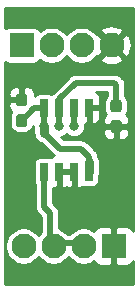
<source format=gbr>
G04 #@! TF.GenerationSoftware,KiCad,Pcbnew,(5.1.5)-3*
G04 #@! TF.CreationDate,2020-12-11T14:45:32+01:00*
G04 #@! TF.ProjectId,LED Strip,4c454420-5374-4726-9970-2e6b69636164,rev?*
G04 #@! TF.SameCoordinates,Original*
G04 #@! TF.FileFunction,Copper,L1,Top*
G04 #@! TF.FilePolarity,Positive*
%FSLAX46Y46*%
G04 Gerber Fmt 4.6, Leading zero omitted, Abs format (unit mm)*
G04 Created by KiCad (PCBNEW (5.1.5)-3) date 2020-12-11 14:45:32*
%MOMM*%
%LPD*%
G04 APERTURE LIST*
%ADD10R,0.650000X1.525000*%
%ADD11C,0.100000*%
%ADD12C,2.100000*%
%ADD13R,2.100000X2.100000*%
%ADD14C,0.800000*%
%ADD15C,0.750000*%
%ADD16C,0.500000*%
%ADD17C,0.250000*%
G04 APERTURE END LIST*
D10*
X30843000Y-23862000D03*
X32113000Y-23862000D03*
X33383000Y-23862000D03*
X34653000Y-23862000D03*
X34653000Y-29286000D03*
X33383000Y-29286000D03*
X32113000Y-29286000D03*
X30843000Y-29286000D03*
G04 #@! TA.AperFunction,SMDPad,CuDef*
D11*
G36*
X37198779Y-24922144D02*
G01*
X37221834Y-24925563D01*
X37244443Y-24931227D01*
X37266387Y-24939079D01*
X37287457Y-24949044D01*
X37307448Y-24961026D01*
X37326168Y-24974910D01*
X37343438Y-24990562D01*
X37359090Y-25007832D01*
X37372974Y-25026552D01*
X37384956Y-25046543D01*
X37394921Y-25067613D01*
X37402773Y-25089557D01*
X37408437Y-25112166D01*
X37411856Y-25135221D01*
X37413000Y-25158500D01*
X37413000Y-25733500D01*
X37411856Y-25756779D01*
X37408437Y-25779834D01*
X37402773Y-25802443D01*
X37394921Y-25824387D01*
X37384956Y-25845457D01*
X37372974Y-25865448D01*
X37359090Y-25884168D01*
X37343438Y-25901438D01*
X37326168Y-25917090D01*
X37307448Y-25930974D01*
X37287457Y-25942956D01*
X37266387Y-25952921D01*
X37244443Y-25960773D01*
X37221834Y-25966437D01*
X37198779Y-25969856D01*
X37175500Y-25971000D01*
X36700500Y-25971000D01*
X36677221Y-25969856D01*
X36654166Y-25966437D01*
X36631557Y-25960773D01*
X36609613Y-25952921D01*
X36588543Y-25942956D01*
X36568552Y-25930974D01*
X36549832Y-25917090D01*
X36532562Y-25901438D01*
X36516910Y-25884168D01*
X36503026Y-25865448D01*
X36491044Y-25845457D01*
X36481079Y-25824387D01*
X36473227Y-25802443D01*
X36467563Y-25779834D01*
X36464144Y-25756779D01*
X36463000Y-25733500D01*
X36463000Y-25158500D01*
X36464144Y-25135221D01*
X36467563Y-25112166D01*
X36473227Y-25089557D01*
X36481079Y-25067613D01*
X36491044Y-25046543D01*
X36503026Y-25026552D01*
X36516910Y-25007832D01*
X36532562Y-24990562D01*
X36549832Y-24974910D01*
X36568552Y-24961026D01*
X36588543Y-24949044D01*
X36609613Y-24939079D01*
X36631557Y-24931227D01*
X36654166Y-24925563D01*
X36677221Y-24922144D01*
X36700500Y-24921000D01*
X37175500Y-24921000D01*
X37198779Y-24922144D01*
G37*
G04 #@! TD.AperFunction*
G04 #@! TA.AperFunction,SMDPad,CuDef*
G36*
X37198779Y-23172144D02*
G01*
X37221834Y-23175563D01*
X37244443Y-23181227D01*
X37266387Y-23189079D01*
X37287457Y-23199044D01*
X37307448Y-23211026D01*
X37326168Y-23224910D01*
X37343438Y-23240562D01*
X37359090Y-23257832D01*
X37372974Y-23276552D01*
X37384956Y-23296543D01*
X37394921Y-23317613D01*
X37402773Y-23339557D01*
X37408437Y-23362166D01*
X37411856Y-23385221D01*
X37413000Y-23408500D01*
X37413000Y-23983500D01*
X37411856Y-24006779D01*
X37408437Y-24029834D01*
X37402773Y-24052443D01*
X37394921Y-24074387D01*
X37384956Y-24095457D01*
X37372974Y-24115448D01*
X37359090Y-24134168D01*
X37343438Y-24151438D01*
X37326168Y-24167090D01*
X37307448Y-24180974D01*
X37287457Y-24192956D01*
X37266387Y-24202921D01*
X37244443Y-24210773D01*
X37221834Y-24216437D01*
X37198779Y-24219856D01*
X37175500Y-24221000D01*
X36700500Y-24221000D01*
X36677221Y-24219856D01*
X36654166Y-24216437D01*
X36631557Y-24210773D01*
X36609613Y-24202921D01*
X36588543Y-24192956D01*
X36568552Y-24180974D01*
X36549832Y-24167090D01*
X36532562Y-24151438D01*
X36516910Y-24134168D01*
X36503026Y-24115448D01*
X36491044Y-24095457D01*
X36481079Y-24074387D01*
X36473227Y-24052443D01*
X36467563Y-24029834D01*
X36464144Y-24006779D01*
X36463000Y-23983500D01*
X36463000Y-23408500D01*
X36464144Y-23385221D01*
X36467563Y-23362166D01*
X36473227Y-23339557D01*
X36481079Y-23317613D01*
X36491044Y-23296543D01*
X36503026Y-23276552D01*
X36516910Y-23257832D01*
X36532562Y-23240562D01*
X36549832Y-23224910D01*
X36568552Y-23211026D01*
X36588543Y-23199044D01*
X36609613Y-23189079D01*
X36631557Y-23181227D01*
X36654166Y-23175563D01*
X36677221Y-23172144D01*
X36700500Y-23171000D01*
X37175500Y-23171000D01*
X37198779Y-23172144D01*
G37*
G04 #@! TD.AperFunction*
G04 #@! TA.AperFunction,SMDPad,CuDef*
G36*
X29198779Y-24422144D02*
G01*
X29221834Y-24425563D01*
X29244443Y-24431227D01*
X29266387Y-24439079D01*
X29287457Y-24449044D01*
X29307448Y-24461026D01*
X29326168Y-24474910D01*
X29343438Y-24490562D01*
X29359090Y-24507832D01*
X29372974Y-24526552D01*
X29384956Y-24546543D01*
X29394921Y-24567613D01*
X29402773Y-24589557D01*
X29408437Y-24612166D01*
X29411856Y-24635221D01*
X29413000Y-24658500D01*
X29413000Y-25233500D01*
X29411856Y-25256779D01*
X29408437Y-25279834D01*
X29402773Y-25302443D01*
X29394921Y-25324387D01*
X29384956Y-25345457D01*
X29372974Y-25365448D01*
X29359090Y-25384168D01*
X29343438Y-25401438D01*
X29326168Y-25417090D01*
X29307448Y-25430974D01*
X29287457Y-25442956D01*
X29266387Y-25452921D01*
X29244443Y-25460773D01*
X29221834Y-25466437D01*
X29198779Y-25469856D01*
X29175500Y-25471000D01*
X28700500Y-25471000D01*
X28677221Y-25469856D01*
X28654166Y-25466437D01*
X28631557Y-25460773D01*
X28609613Y-25452921D01*
X28588543Y-25442956D01*
X28568552Y-25430974D01*
X28549832Y-25417090D01*
X28532562Y-25401438D01*
X28516910Y-25384168D01*
X28503026Y-25365448D01*
X28491044Y-25345457D01*
X28481079Y-25324387D01*
X28473227Y-25302443D01*
X28467563Y-25279834D01*
X28464144Y-25256779D01*
X28463000Y-25233500D01*
X28463000Y-24658500D01*
X28464144Y-24635221D01*
X28467563Y-24612166D01*
X28473227Y-24589557D01*
X28481079Y-24567613D01*
X28491044Y-24546543D01*
X28503026Y-24526552D01*
X28516910Y-24507832D01*
X28532562Y-24490562D01*
X28549832Y-24474910D01*
X28568552Y-24461026D01*
X28588543Y-24449044D01*
X28609613Y-24439079D01*
X28631557Y-24431227D01*
X28654166Y-24425563D01*
X28677221Y-24422144D01*
X28700500Y-24421000D01*
X29175500Y-24421000D01*
X29198779Y-24422144D01*
G37*
G04 #@! TD.AperFunction*
G04 #@! TA.AperFunction,SMDPad,CuDef*
G36*
X29198779Y-22672144D02*
G01*
X29221834Y-22675563D01*
X29244443Y-22681227D01*
X29266387Y-22689079D01*
X29287457Y-22699044D01*
X29307448Y-22711026D01*
X29326168Y-22724910D01*
X29343438Y-22740562D01*
X29359090Y-22757832D01*
X29372974Y-22776552D01*
X29384956Y-22796543D01*
X29394921Y-22817613D01*
X29402773Y-22839557D01*
X29408437Y-22862166D01*
X29411856Y-22885221D01*
X29413000Y-22908500D01*
X29413000Y-23483500D01*
X29411856Y-23506779D01*
X29408437Y-23529834D01*
X29402773Y-23552443D01*
X29394921Y-23574387D01*
X29384956Y-23595457D01*
X29372974Y-23615448D01*
X29359090Y-23634168D01*
X29343438Y-23651438D01*
X29326168Y-23667090D01*
X29307448Y-23680974D01*
X29287457Y-23692956D01*
X29266387Y-23702921D01*
X29244443Y-23710773D01*
X29221834Y-23716437D01*
X29198779Y-23719856D01*
X29175500Y-23721000D01*
X28700500Y-23721000D01*
X28677221Y-23719856D01*
X28654166Y-23716437D01*
X28631557Y-23710773D01*
X28609613Y-23702921D01*
X28588543Y-23692956D01*
X28568552Y-23680974D01*
X28549832Y-23667090D01*
X28532562Y-23651438D01*
X28516910Y-23634168D01*
X28503026Y-23615448D01*
X28491044Y-23595457D01*
X28481079Y-23574387D01*
X28473227Y-23552443D01*
X28467563Y-23529834D01*
X28464144Y-23506779D01*
X28463000Y-23483500D01*
X28463000Y-22908500D01*
X28464144Y-22885221D01*
X28467563Y-22862166D01*
X28473227Y-22839557D01*
X28481079Y-22817613D01*
X28491044Y-22796543D01*
X28503026Y-22776552D01*
X28516910Y-22757832D01*
X28532562Y-22740562D01*
X28549832Y-22724910D01*
X28568552Y-22711026D01*
X28588543Y-22699044D01*
X28609613Y-22689079D01*
X28631557Y-22681227D01*
X28654166Y-22675563D01*
X28677221Y-22672144D01*
X28700500Y-22671000D01*
X29175500Y-22671000D01*
X29198779Y-22672144D01*
G37*
G04 #@! TD.AperFunction*
D12*
X29108000Y-35571000D03*
X31648000Y-35571000D03*
X34188000Y-35571000D03*
D13*
X36728000Y-35571000D03*
X28938000Y-18571000D03*
D12*
X31478000Y-18571000D03*
X34018000Y-18571000D03*
X36558000Y-18571000D03*
D14*
X30843000Y-25431000D03*
X32113000Y-25431000D03*
X33383000Y-25431000D03*
D15*
X30843000Y-25996685D02*
X30843000Y-25431000D01*
X34653000Y-29286000D02*
X34653000Y-28433498D01*
D16*
X30843000Y-23862000D02*
X30843000Y-25431000D01*
X30843000Y-25996685D02*
X32167315Y-27321000D01*
X34653000Y-28023500D02*
X34653000Y-29286000D01*
X33950500Y-27321000D02*
X34653000Y-28023500D01*
X32167315Y-27321000D02*
X33950500Y-27321000D01*
X30022000Y-23862000D02*
X28938000Y-24946000D01*
X30843000Y-23862000D02*
X30022000Y-23862000D01*
X32113000Y-23862000D02*
X32113000Y-25419002D01*
X32113000Y-23159000D02*
X33524000Y-21748000D01*
X32113000Y-23862000D02*
X32113000Y-23159000D01*
X36765000Y-21748000D02*
X33524000Y-21748000D01*
X36938000Y-21921000D02*
X36938000Y-22946000D01*
X36765000Y-21748000D02*
X36938000Y-21921000D01*
X36938000Y-22946000D02*
X36938000Y-23696000D01*
X33383000Y-23862000D02*
X33383000Y-25431000D01*
X30843000Y-29286000D02*
X30843000Y-32266000D01*
X31358000Y-32781000D02*
X31358000Y-35321000D01*
X30843000Y-32266000D02*
X31358000Y-32781000D01*
X31358000Y-35321000D02*
X33898000Y-35321000D01*
D17*
G36*
X38363001Y-34272640D02*
G01*
X38306867Y-34167622D01*
X38227764Y-34071236D01*
X38131378Y-33992133D01*
X38021411Y-33933354D01*
X37902090Y-33897159D01*
X37778000Y-33884937D01*
X37015250Y-33888000D01*
X36857000Y-34046250D01*
X36857000Y-35442000D01*
X36877000Y-35442000D01*
X36877000Y-35700000D01*
X36857000Y-35700000D01*
X36857000Y-37095750D01*
X37015250Y-37254000D01*
X37778000Y-37257063D01*
X37902090Y-37244841D01*
X38021411Y-37208646D01*
X38131378Y-37149867D01*
X38227764Y-37070764D01*
X38306867Y-36974378D01*
X38363001Y-36869360D01*
X38363001Y-38746000D01*
X27513000Y-38746000D01*
X27513000Y-35415876D01*
X27533000Y-35415876D01*
X27533000Y-35726124D01*
X27593526Y-36030411D01*
X27712253Y-36317042D01*
X27884617Y-36575004D01*
X28103996Y-36794383D01*
X28361958Y-36966747D01*
X28648589Y-37085474D01*
X28952876Y-37146000D01*
X29263124Y-37146000D01*
X29567411Y-37085474D01*
X29854042Y-36966747D01*
X30112004Y-36794383D01*
X30331383Y-36575004D01*
X30378000Y-36505236D01*
X30424617Y-36575004D01*
X30643996Y-36794383D01*
X30901958Y-36966747D01*
X31188589Y-37085474D01*
X31492876Y-37146000D01*
X31803124Y-37146000D01*
X32107411Y-37085474D01*
X32394042Y-36966747D01*
X32652004Y-36794383D01*
X32871383Y-36575004D01*
X32918000Y-36505236D01*
X32964617Y-36575004D01*
X33183996Y-36794383D01*
X33441958Y-36966747D01*
X33728589Y-37085474D01*
X34032876Y-37146000D01*
X34343124Y-37146000D01*
X34647411Y-37085474D01*
X34934042Y-36966747D01*
X35089822Y-36862658D01*
X35090354Y-36864411D01*
X35149133Y-36974378D01*
X35228236Y-37070764D01*
X35324622Y-37149867D01*
X35434589Y-37208646D01*
X35553910Y-37244841D01*
X35678000Y-37257063D01*
X36440750Y-37254000D01*
X36599000Y-37095750D01*
X36599000Y-35700000D01*
X36579000Y-35700000D01*
X36579000Y-35442000D01*
X36599000Y-35442000D01*
X36599000Y-34046250D01*
X36440750Y-33888000D01*
X35678000Y-33884937D01*
X35553910Y-33897159D01*
X35434589Y-33933354D01*
X35324622Y-33992133D01*
X35228236Y-34071236D01*
X35149133Y-34167622D01*
X35090354Y-34277589D01*
X35089822Y-34279342D01*
X34934042Y-34175253D01*
X34647411Y-34056526D01*
X34343124Y-33996000D01*
X34032876Y-33996000D01*
X33728589Y-34056526D01*
X33441958Y-34175253D01*
X33183996Y-34347617D01*
X32985613Y-34546000D01*
X32850387Y-34546000D01*
X32652004Y-34347617D01*
X32394042Y-34175253D01*
X32133000Y-34067125D01*
X32133000Y-32819063D01*
X32136749Y-32781000D01*
X32128638Y-32698650D01*
X32121786Y-32629074D01*
X32077470Y-32482986D01*
X32005507Y-32348351D01*
X32005506Y-32348349D01*
X31969162Y-32304065D01*
X31908659Y-32230341D01*
X31879083Y-32206069D01*
X31618000Y-31944986D01*
X31618000Y-30658415D01*
X31663910Y-30672341D01*
X31788000Y-30684563D01*
X31825750Y-30681500D01*
X31984000Y-30523250D01*
X31984000Y-29415000D01*
X32242000Y-29415000D01*
X32242000Y-30523250D01*
X32400250Y-30681500D01*
X32438000Y-30684563D01*
X32562090Y-30672341D01*
X32681411Y-30636146D01*
X32748000Y-30600553D01*
X32814589Y-30636146D01*
X32933910Y-30672341D01*
X33058000Y-30684563D01*
X33095750Y-30681500D01*
X33254000Y-30523250D01*
X33254000Y-29415000D01*
X32242000Y-29415000D01*
X31984000Y-29415000D01*
X31964000Y-29415000D01*
X31964000Y-29157000D01*
X31984000Y-29157000D01*
X31984000Y-29137000D01*
X32242000Y-29137000D01*
X32242000Y-29157000D01*
X33254000Y-29157000D01*
X33254000Y-29137000D01*
X33512000Y-29137000D01*
X33512000Y-29157000D01*
X33532000Y-29157000D01*
X33532000Y-29415000D01*
X33512000Y-29415000D01*
X33512000Y-30523250D01*
X33670250Y-30681500D01*
X33708000Y-30684563D01*
X33832090Y-30672341D01*
X33951411Y-30636146D01*
X34061378Y-30577367D01*
X34117524Y-30531289D01*
X34126119Y-30535883D01*
X34225082Y-30565903D01*
X34328000Y-30576040D01*
X34978000Y-30576040D01*
X35080918Y-30565903D01*
X35179881Y-30535883D01*
X35271086Y-30487133D01*
X35351027Y-30421527D01*
X35416633Y-30341586D01*
X35465383Y-30250381D01*
X35495403Y-30151418D01*
X35505540Y-30048500D01*
X35505540Y-29575954D01*
X35539977Y-29462431D01*
X35553000Y-29330207D01*
X35553000Y-28389291D01*
X35539977Y-28257067D01*
X35488514Y-28087417D01*
X35426644Y-27971666D01*
X35416786Y-27871574D01*
X35372470Y-27725486D01*
X35315560Y-27619014D01*
X35300506Y-27590849D01*
X35249865Y-27529144D01*
X35203659Y-27472841D01*
X35174088Y-27448573D01*
X34525432Y-26799918D01*
X34501159Y-26770341D01*
X34383150Y-26673494D01*
X34248514Y-26601530D01*
X34102426Y-26557214D01*
X33988565Y-26546000D01*
X33988563Y-26546000D01*
X33950500Y-26542251D01*
X33912437Y-26546000D01*
X32488330Y-26546000D01*
X32282697Y-26340367D01*
X32382813Y-26320453D01*
X32551152Y-26250725D01*
X32702653Y-26149495D01*
X32748000Y-26104148D01*
X32793347Y-26149495D01*
X32944848Y-26250725D01*
X33113187Y-26320453D01*
X33291895Y-26356000D01*
X33474105Y-26356000D01*
X33652813Y-26320453D01*
X33821152Y-26250725D01*
X33972653Y-26149495D01*
X34101495Y-26020653D01*
X34134672Y-25971000D01*
X35826937Y-25971000D01*
X35839159Y-26095090D01*
X35875354Y-26214411D01*
X35934133Y-26324378D01*
X36013236Y-26420764D01*
X36109622Y-26499867D01*
X36219589Y-26558646D01*
X36338910Y-26594841D01*
X36463000Y-26607063D01*
X36650750Y-26604000D01*
X36809000Y-26445750D01*
X36809000Y-25575000D01*
X37067000Y-25575000D01*
X37067000Y-26445750D01*
X37225250Y-26604000D01*
X37413000Y-26607063D01*
X37537090Y-26594841D01*
X37656411Y-26558646D01*
X37766378Y-26499867D01*
X37862764Y-26420764D01*
X37941867Y-26324378D01*
X38000646Y-26214411D01*
X38036841Y-26095090D01*
X38049063Y-25971000D01*
X38046000Y-25733250D01*
X37887750Y-25575000D01*
X37067000Y-25575000D01*
X36809000Y-25575000D01*
X35988250Y-25575000D01*
X35830000Y-25733250D01*
X35826937Y-25971000D01*
X34134672Y-25971000D01*
X34202725Y-25869152D01*
X34272453Y-25700813D01*
X34308000Y-25522105D01*
X34308000Y-25339895D01*
X34291505Y-25256968D01*
X34328000Y-25260563D01*
X34365750Y-25257500D01*
X34524000Y-25099250D01*
X34524000Y-23991000D01*
X34782000Y-23991000D01*
X34782000Y-25099250D01*
X34940250Y-25257500D01*
X34978000Y-25260563D01*
X35102090Y-25248341D01*
X35221411Y-25212146D01*
X35331378Y-25153367D01*
X35427764Y-25074264D01*
X35506867Y-24977878D01*
X35565646Y-24867911D01*
X35601841Y-24748590D01*
X35614063Y-24624500D01*
X35611000Y-24149250D01*
X35452750Y-23991000D01*
X34782000Y-23991000D01*
X34524000Y-23991000D01*
X34504000Y-23991000D01*
X34504000Y-23733000D01*
X34524000Y-23733000D01*
X34524000Y-23713000D01*
X34782000Y-23713000D01*
X34782000Y-23733000D01*
X35452750Y-23733000D01*
X35611000Y-23574750D01*
X35614063Y-23099500D01*
X35601841Y-22975410D01*
X35565646Y-22856089D01*
X35506867Y-22746122D01*
X35427764Y-22649736D01*
X35331378Y-22570633D01*
X35242264Y-22523000D01*
X36163001Y-22523000D01*
X36163001Y-22864691D01*
X36159535Y-22867535D01*
X36064392Y-22983467D01*
X35993695Y-23115732D01*
X35950160Y-23259248D01*
X35935460Y-23408500D01*
X35935460Y-23983500D01*
X35950160Y-24132752D01*
X35993695Y-24276268D01*
X36064392Y-24408533D01*
X36074553Y-24420914D01*
X36013236Y-24471236D01*
X35934133Y-24567622D01*
X35875354Y-24677589D01*
X35839159Y-24796910D01*
X35826937Y-24921000D01*
X35830000Y-25158750D01*
X35988250Y-25317000D01*
X36809000Y-25317000D01*
X36809000Y-25297000D01*
X37067000Y-25297000D01*
X37067000Y-25317000D01*
X37887750Y-25317000D01*
X38046000Y-25158750D01*
X38049063Y-24921000D01*
X38036841Y-24796910D01*
X38000646Y-24677589D01*
X37941867Y-24567622D01*
X37862764Y-24471236D01*
X37801447Y-24420914D01*
X37811608Y-24408533D01*
X37882305Y-24276268D01*
X37925840Y-24132752D01*
X37940540Y-23983500D01*
X37940540Y-23408500D01*
X37925840Y-23259248D01*
X37882305Y-23115732D01*
X37811608Y-22983467D01*
X37716465Y-22867535D01*
X37713000Y-22864691D01*
X37713000Y-21959063D01*
X37716749Y-21921000D01*
X37713000Y-21882935D01*
X37701786Y-21769074D01*
X37657470Y-21622986D01*
X37585506Y-21488350D01*
X37488659Y-21370341D01*
X37459083Y-21346069D01*
X37339933Y-21226919D01*
X37315659Y-21197341D01*
X37197650Y-21100494D01*
X37063014Y-21028530D01*
X36916926Y-20984214D01*
X36803065Y-20973000D01*
X36803063Y-20973000D01*
X36765000Y-20969251D01*
X36726937Y-20973000D01*
X33562062Y-20973000D01*
X33523999Y-20969251D01*
X33485936Y-20973000D01*
X33485935Y-20973000D01*
X33372074Y-20984214D01*
X33225986Y-21028530D01*
X33091350Y-21100494D01*
X32973341Y-21197341D01*
X32949072Y-21226913D01*
X31591914Y-22584072D01*
X31562342Y-22608341D01*
X31538241Y-22637708D01*
X31494914Y-22660867D01*
X31478000Y-22674748D01*
X31461086Y-22660867D01*
X31369881Y-22612117D01*
X31270918Y-22582097D01*
X31168000Y-22571960D01*
X30518000Y-22571960D01*
X30415082Y-22582097D01*
X30316119Y-22612117D01*
X30224914Y-22660867D01*
X30144973Y-22726473D01*
X30079367Y-22806414D01*
X30046527Y-22867854D01*
X30049063Y-22671000D01*
X30036841Y-22546910D01*
X30000646Y-22427589D01*
X29941867Y-22317622D01*
X29862764Y-22221236D01*
X29766378Y-22142133D01*
X29656411Y-22083354D01*
X29537090Y-22047159D01*
X29413000Y-22034937D01*
X29225250Y-22038000D01*
X29067000Y-22196250D01*
X29067000Y-23067000D01*
X29087000Y-23067000D01*
X29087000Y-23325000D01*
X29067000Y-23325000D01*
X29067000Y-23345000D01*
X28809000Y-23345000D01*
X28809000Y-23325000D01*
X27988250Y-23325000D01*
X27830000Y-23483250D01*
X27826937Y-23721000D01*
X27839159Y-23845090D01*
X27875354Y-23964411D01*
X27934133Y-24074378D01*
X28013236Y-24170764D01*
X28074553Y-24221086D01*
X28064392Y-24233467D01*
X27993695Y-24365732D01*
X27950160Y-24509248D01*
X27935460Y-24658500D01*
X27935460Y-25233500D01*
X27950160Y-25382752D01*
X27993695Y-25526268D01*
X28064392Y-25658533D01*
X28159535Y-25774465D01*
X28275467Y-25869608D01*
X28407732Y-25940305D01*
X28551248Y-25983840D01*
X28700500Y-25998540D01*
X29175500Y-25998540D01*
X29324752Y-25983840D01*
X29468268Y-25940305D01*
X29600533Y-25869608D01*
X29716465Y-25774465D01*
X29811608Y-25658533D01*
X29882305Y-25526268D01*
X29918000Y-25408597D01*
X29918000Y-25522105D01*
X29943000Y-25647789D01*
X29943000Y-26040891D01*
X29956023Y-26173115D01*
X30007486Y-26342765D01*
X30091057Y-26499116D01*
X30203525Y-26636160D01*
X30340568Y-26748628D01*
X30496919Y-26832199D01*
X30619765Y-26869464D01*
X31592387Y-27842087D01*
X31616656Y-27871659D01*
X31654319Y-27902568D01*
X31544589Y-27935854D01*
X31434622Y-27994633D01*
X31378476Y-28040711D01*
X31369881Y-28036117D01*
X31270918Y-28006097D01*
X31168000Y-27995960D01*
X30518000Y-27995960D01*
X30415082Y-28006097D01*
X30316119Y-28036117D01*
X30224914Y-28084867D01*
X30144973Y-28150473D01*
X30079367Y-28230414D01*
X30030617Y-28321619D01*
X30000597Y-28420582D01*
X29990460Y-28523500D01*
X29990460Y-30048500D01*
X30000597Y-30151418D01*
X30030617Y-30250381D01*
X30068000Y-30320320D01*
X30068001Y-32227927D01*
X30064251Y-32266000D01*
X30079215Y-32417926D01*
X30123531Y-32564014D01*
X30195494Y-32698650D01*
X30231839Y-32742936D01*
X30292342Y-32816659D01*
X30321914Y-32840928D01*
X30583000Y-33102014D01*
X30583001Y-34408612D01*
X30424617Y-34566996D01*
X30378000Y-34636764D01*
X30331383Y-34566996D01*
X30112004Y-34347617D01*
X29854042Y-34175253D01*
X29567411Y-34056526D01*
X29263124Y-33996000D01*
X28952876Y-33996000D01*
X28648589Y-34056526D01*
X28361958Y-34175253D01*
X28103996Y-34347617D01*
X27884617Y-34566996D01*
X27712253Y-34824958D01*
X27593526Y-35111589D01*
X27533000Y-35415876D01*
X27513000Y-35415876D01*
X27513000Y-22671000D01*
X27826937Y-22671000D01*
X27830000Y-22908750D01*
X27988250Y-23067000D01*
X28809000Y-23067000D01*
X28809000Y-22196250D01*
X28650750Y-22038000D01*
X28463000Y-22034937D01*
X28338910Y-22047159D01*
X28219589Y-22083354D01*
X28109622Y-22142133D01*
X28013236Y-22221236D01*
X27934133Y-22317622D01*
X27875354Y-22427589D01*
X27839159Y-22546910D01*
X27826937Y-22671000D01*
X27513000Y-22671000D01*
X27513000Y-19991623D01*
X27514973Y-19994027D01*
X27594914Y-20059633D01*
X27686119Y-20108383D01*
X27785082Y-20138403D01*
X27888000Y-20148540D01*
X29988000Y-20148540D01*
X30090918Y-20138403D01*
X30189881Y-20108383D01*
X30281086Y-20059633D01*
X30361027Y-19994027D01*
X30426633Y-19914086D01*
X30475383Y-19822881D01*
X30482337Y-19799956D01*
X30731958Y-19966747D01*
X31018589Y-20085474D01*
X31322876Y-20146000D01*
X31633124Y-20146000D01*
X31937411Y-20085474D01*
X32224042Y-19966747D01*
X32482004Y-19794383D01*
X32701383Y-19575004D01*
X32748000Y-19505236D01*
X32794617Y-19575004D01*
X33013996Y-19794383D01*
X33271958Y-19966747D01*
X33558589Y-20085474D01*
X33862876Y-20146000D01*
X34173124Y-20146000D01*
X34477411Y-20085474D01*
X34764042Y-19966747D01*
X35022004Y-19794383D01*
X35074096Y-19742291D01*
X35569143Y-19742291D01*
X35671230Y-20011002D01*
X35969200Y-20156333D01*
X36289797Y-20240740D01*
X36620700Y-20260980D01*
X36949193Y-20216276D01*
X37262654Y-20108344D01*
X37444770Y-20011002D01*
X37546857Y-19742291D01*
X36558000Y-18753434D01*
X35569143Y-19742291D01*
X35074096Y-19742291D01*
X35241383Y-19575004D01*
X35278877Y-19518890D01*
X35386709Y-19559857D01*
X36375566Y-18571000D01*
X36740434Y-18571000D01*
X37729291Y-19559857D01*
X37998002Y-19457770D01*
X38143333Y-19159800D01*
X38227740Y-18839203D01*
X38247980Y-18508300D01*
X38203276Y-18179807D01*
X38095344Y-17866346D01*
X37998002Y-17684230D01*
X37729291Y-17582143D01*
X36740434Y-18571000D01*
X36375566Y-18571000D01*
X35386709Y-17582143D01*
X35278877Y-17623110D01*
X35241383Y-17566996D01*
X35074096Y-17399709D01*
X35569143Y-17399709D01*
X36558000Y-18388566D01*
X37546857Y-17399709D01*
X37444770Y-17130998D01*
X37146800Y-16985667D01*
X36826203Y-16901260D01*
X36495300Y-16881020D01*
X36166807Y-16925724D01*
X35853346Y-17033656D01*
X35671230Y-17130998D01*
X35569143Y-17399709D01*
X35074096Y-17399709D01*
X35022004Y-17347617D01*
X34764042Y-17175253D01*
X34477411Y-17056526D01*
X34173124Y-16996000D01*
X33862876Y-16996000D01*
X33558589Y-17056526D01*
X33271958Y-17175253D01*
X33013996Y-17347617D01*
X32794617Y-17566996D01*
X32748000Y-17636764D01*
X32701383Y-17566996D01*
X32482004Y-17347617D01*
X32224042Y-17175253D01*
X31937411Y-17056526D01*
X31633124Y-16996000D01*
X31322876Y-16996000D01*
X31018589Y-17056526D01*
X30731958Y-17175253D01*
X30482337Y-17342044D01*
X30475383Y-17319119D01*
X30426633Y-17227914D01*
X30361027Y-17147973D01*
X30281086Y-17082367D01*
X30189881Y-17033617D01*
X30090918Y-17003597D01*
X29988000Y-16993460D01*
X27888000Y-16993460D01*
X27785082Y-17003597D01*
X27686119Y-17033617D01*
X27594914Y-17082367D01*
X27514973Y-17147973D01*
X27513000Y-17150377D01*
X27513000Y-15396000D01*
X38363000Y-15396000D01*
X38363001Y-34272640D01*
G37*
X38363001Y-34272640D02*
X38306867Y-34167622D01*
X38227764Y-34071236D01*
X38131378Y-33992133D01*
X38021411Y-33933354D01*
X37902090Y-33897159D01*
X37778000Y-33884937D01*
X37015250Y-33888000D01*
X36857000Y-34046250D01*
X36857000Y-35442000D01*
X36877000Y-35442000D01*
X36877000Y-35700000D01*
X36857000Y-35700000D01*
X36857000Y-37095750D01*
X37015250Y-37254000D01*
X37778000Y-37257063D01*
X37902090Y-37244841D01*
X38021411Y-37208646D01*
X38131378Y-37149867D01*
X38227764Y-37070764D01*
X38306867Y-36974378D01*
X38363001Y-36869360D01*
X38363001Y-38746000D01*
X27513000Y-38746000D01*
X27513000Y-35415876D01*
X27533000Y-35415876D01*
X27533000Y-35726124D01*
X27593526Y-36030411D01*
X27712253Y-36317042D01*
X27884617Y-36575004D01*
X28103996Y-36794383D01*
X28361958Y-36966747D01*
X28648589Y-37085474D01*
X28952876Y-37146000D01*
X29263124Y-37146000D01*
X29567411Y-37085474D01*
X29854042Y-36966747D01*
X30112004Y-36794383D01*
X30331383Y-36575004D01*
X30378000Y-36505236D01*
X30424617Y-36575004D01*
X30643996Y-36794383D01*
X30901958Y-36966747D01*
X31188589Y-37085474D01*
X31492876Y-37146000D01*
X31803124Y-37146000D01*
X32107411Y-37085474D01*
X32394042Y-36966747D01*
X32652004Y-36794383D01*
X32871383Y-36575004D01*
X32918000Y-36505236D01*
X32964617Y-36575004D01*
X33183996Y-36794383D01*
X33441958Y-36966747D01*
X33728589Y-37085474D01*
X34032876Y-37146000D01*
X34343124Y-37146000D01*
X34647411Y-37085474D01*
X34934042Y-36966747D01*
X35089822Y-36862658D01*
X35090354Y-36864411D01*
X35149133Y-36974378D01*
X35228236Y-37070764D01*
X35324622Y-37149867D01*
X35434589Y-37208646D01*
X35553910Y-37244841D01*
X35678000Y-37257063D01*
X36440750Y-37254000D01*
X36599000Y-37095750D01*
X36599000Y-35700000D01*
X36579000Y-35700000D01*
X36579000Y-35442000D01*
X36599000Y-35442000D01*
X36599000Y-34046250D01*
X36440750Y-33888000D01*
X35678000Y-33884937D01*
X35553910Y-33897159D01*
X35434589Y-33933354D01*
X35324622Y-33992133D01*
X35228236Y-34071236D01*
X35149133Y-34167622D01*
X35090354Y-34277589D01*
X35089822Y-34279342D01*
X34934042Y-34175253D01*
X34647411Y-34056526D01*
X34343124Y-33996000D01*
X34032876Y-33996000D01*
X33728589Y-34056526D01*
X33441958Y-34175253D01*
X33183996Y-34347617D01*
X32985613Y-34546000D01*
X32850387Y-34546000D01*
X32652004Y-34347617D01*
X32394042Y-34175253D01*
X32133000Y-34067125D01*
X32133000Y-32819063D01*
X32136749Y-32781000D01*
X32128638Y-32698650D01*
X32121786Y-32629074D01*
X32077470Y-32482986D01*
X32005507Y-32348351D01*
X32005506Y-32348349D01*
X31969162Y-32304065D01*
X31908659Y-32230341D01*
X31879083Y-32206069D01*
X31618000Y-31944986D01*
X31618000Y-30658415D01*
X31663910Y-30672341D01*
X31788000Y-30684563D01*
X31825750Y-30681500D01*
X31984000Y-30523250D01*
X31984000Y-29415000D01*
X32242000Y-29415000D01*
X32242000Y-30523250D01*
X32400250Y-30681500D01*
X32438000Y-30684563D01*
X32562090Y-30672341D01*
X32681411Y-30636146D01*
X32748000Y-30600553D01*
X32814589Y-30636146D01*
X32933910Y-30672341D01*
X33058000Y-30684563D01*
X33095750Y-30681500D01*
X33254000Y-30523250D01*
X33254000Y-29415000D01*
X32242000Y-29415000D01*
X31984000Y-29415000D01*
X31964000Y-29415000D01*
X31964000Y-29157000D01*
X31984000Y-29157000D01*
X31984000Y-29137000D01*
X32242000Y-29137000D01*
X32242000Y-29157000D01*
X33254000Y-29157000D01*
X33254000Y-29137000D01*
X33512000Y-29137000D01*
X33512000Y-29157000D01*
X33532000Y-29157000D01*
X33532000Y-29415000D01*
X33512000Y-29415000D01*
X33512000Y-30523250D01*
X33670250Y-30681500D01*
X33708000Y-30684563D01*
X33832090Y-30672341D01*
X33951411Y-30636146D01*
X34061378Y-30577367D01*
X34117524Y-30531289D01*
X34126119Y-30535883D01*
X34225082Y-30565903D01*
X34328000Y-30576040D01*
X34978000Y-30576040D01*
X35080918Y-30565903D01*
X35179881Y-30535883D01*
X35271086Y-30487133D01*
X35351027Y-30421527D01*
X35416633Y-30341586D01*
X35465383Y-30250381D01*
X35495403Y-30151418D01*
X35505540Y-30048500D01*
X35505540Y-29575954D01*
X35539977Y-29462431D01*
X35553000Y-29330207D01*
X35553000Y-28389291D01*
X35539977Y-28257067D01*
X35488514Y-28087417D01*
X35426644Y-27971666D01*
X35416786Y-27871574D01*
X35372470Y-27725486D01*
X35315560Y-27619014D01*
X35300506Y-27590849D01*
X35249865Y-27529144D01*
X35203659Y-27472841D01*
X35174088Y-27448573D01*
X34525432Y-26799918D01*
X34501159Y-26770341D01*
X34383150Y-26673494D01*
X34248514Y-26601530D01*
X34102426Y-26557214D01*
X33988565Y-26546000D01*
X33988563Y-26546000D01*
X33950500Y-26542251D01*
X33912437Y-26546000D01*
X32488330Y-26546000D01*
X32282697Y-26340367D01*
X32382813Y-26320453D01*
X32551152Y-26250725D01*
X32702653Y-26149495D01*
X32748000Y-26104148D01*
X32793347Y-26149495D01*
X32944848Y-26250725D01*
X33113187Y-26320453D01*
X33291895Y-26356000D01*
X33474105Y-26356000D01*
X33652813Y-26320453D01*
X33821152Y-26250725D01*
X33972653Y-26149495D01*
X34101495Y-26020653D01*
X34134672Y-25971000D01*
X35826937Y-25971000D01*
X35839159Y-26095090D01*
X35875354Y-26214411D01*
X35934133Y-26324378D01*
X36013236Y-26420764D01*
X36109622Y-26499867D01*
X36219589Y-26558646D01*
X36338910Y-26594841D01*
X36463000Y-26607063D01*
X36650750Y-26604000D01*
X36809000Y-26445750D01*
X36809000Y-25575000D01*
X37067000Y-25575000D01*
X37067000Y-26445750D01*
X37225250Y-26604000D01*
X37413000Y-26607063D01*
X37537090Y-26594841D01*
X37656411Y-26558646D01*
X37766378Y-26499867D01*
X37862764Y-26420764D01*
X37941867Y-26324378D01*
X38000646Y-26214411D01*
X38036841Y-26095090D01*
X38049063Y-25971000D01*
X38046000Y-25733250D01*
X37887750Y-25575000D01*
X37067000Y-25575000D01*
X36809000Y-25575000D01*
X35988250Y-25575000D01*
X35830000Y-25733250D01*
X35826937Y-25971000D01*
X34134672Y-25971000D01*
X34202725Y-25869152D01*
X34272453Y-25700813D01*
X34308000Y-25522105D01*
X34308000Y-25339895D01*
X34291505Y-25256968D01*
X34328000Y-25260563D01*
X34365750Y-25257500D01*
X34524000Y-25099250D01*
X34524000Y-23991000D01*
X34782000Y-23991000D01*
X34782000Y-25099250D01*
X34940250Y-25257500D01*
X34978000Y-25260563D01*
X35102090Y-25248341D01*
X35221411Y-25212146D01*
X35331378Y-25153367D01*
X35427764Y-25074264D01*
X35506867Y-24977878D01*
X35565646Y-24867911D01*
X35601841Y-24748590D01*
X35614063Y-24624500D01*
X35611000Y-24149250D01*
X35452750Y-23991000D01*
X34782000Y-23991000D01*
X34524000Y-23991000D01*
X34504000Y-23991000D01*
X34504000Y-23733000D01*
X34524000Y-23733000D01*
X34524000Y-23713000D01*
X34782000Y-23713000D01*
X34782000Y-23733000D01*
X35452750Y-23733000D01*
X35611000Y-23574750D01*
X35614063Y-23099500D01*
X35601841Y-22975410D01*
X35565646Y-22856089D01*
X35506867Y-22746122D01*
X35427764Y-22649736D01*
X35331378Y-22570633D01*
X35242264Y-22523000D01*
X36163001Y-22523000D01*
X36163001Y-22864691D01*
X36159535Y-22867535D01*
X36064392Y-22983467D01*
X35993695Y-23115732D01*
X35950160Y-23259248D01*
X35935460Y-23408500D01*
X35935460Y-23983500D01*
X35950160Y-24132752D01*
X35993695Y-24276268D01*
X36064392Y-24408533D01*
X36074553Y-24420914D01*
X36013236Y-24471236D01*
X35934133Y-24567622D01*
X35875354Y-24677589D01*
X35839159Y-24796910D01*
X35826937Y-24921000D01*
X35830000Y-25158750D01*
X35988250Y-25317000D01*
X36809000Y-25317000D01*
X36809000Y-25297000D01*
X37067000Y-25297000D01*
X37067000Y-25317000D01*
X37887750Y-25317000D01*
X38046000Y-25158750D01*
X38049063Y-24921000D01*
X38036841Y-24796910D01*
X38000646Y-24677589D01*
X37941867Y-24567622D01*
X37862764Y-24471236D01*
X37801447Y-24420914D01*
X37811608Y-24408533D01*
X37882305Y-24276268D01*
X37925840Y-24132752D01*
X37940540Y-23983500D01*
X37940540Y-23408500D01*
X37925840Y-23259248D01*
X37882305Y-23115732D01*
X37811608Y-22983467D01*
X37716465Y-22867535D01*
X37713000Y-22864691D01*
X37713000Y-21959063D01*
X37716749Y-21921000D01*
X37713000Y-21882935D01*
X37701786Y-21769074D01*
X37657470Y-21622986D01*
X37585506Y-21488350D01*
X37488659Y-21370341D01*
X37459083Y-21346069D01*
X37339933Y-21226919D01*
X37315659Y-21197341D01*
X37197650Y-21100494D01*
X37063014Y-21028530D01*
X36916926Y-20984214D01*
X36803065Y-20973000D01*
X36803063Y-20973000D01*
X36765000Y-20969251D01*
X36726937Y-20973000D01*
X33562062Y-20973000D01*
X33523999Y-20969251D01*
X33485936Y-20973000D01*
X33485935Y-20973000D01*
X33372074Y-20984214D01*
X33225986Y-21028530D01*
X33091350Y-21100494D01*
X32973341Y-21197341D01*
X32949072Y-21226913D01*
X31591914Y-22584072D01*
X31562342Y-22608341D01*
X31538241Y-22637708D01*
X31494914Y-22660867D01*
X31478000Y-22674748D01*
X31461086Y-22660867D01*
X31369881Y-22612117D01*
X31270918Y-22582097D01*
X31168000Y-22571960D01*
X30518000Y-22571960D01*
X30415082Y-22582097D01*
X30316119Y-22612117D01*
X30224914Y-22660867D01*
X30144973Y-22726473D01*
X30079367Y-22806414D01*
X30046527Y-22867854D01*
X30049063Y-22671000D01*
X30036841Y-22546910D01*
X30000646Y-22427589D01*
X29941867Y-22317622D01*
X29862764Y-22221236D01*
X29766378Y-22142133D01*
X29656411Y-22083354D01*
X29537090Y-22047159D01*
X29413000Y-22034937D01*
X29225250Y-22038000D01*
X29067000Y-22196250D01*
X29067000Y-23067000D01*
X29087000Y-23067000D01*
X29087000Y-23325000D01*
X29067000Y-23325000D01*
X29067000Y-23345000D01*
X28809000Y-23345000D01*
X28809000Y-23325000D01*
X27988250Y-23325000D01*
X27830000Y-23483250D01*
X27826937Y-23721000D01*
X27839159Y-23845090D01*
X27875354Y-23964411D01*
X27934133Y-24074378D01*
X28013236Y-24170764D01*
X28074553Y-24221086D01*
X28064392Y-24233467D01*
X27993695Y-24365732D01*
X27950160Y-24509248D01*
X27935460Y-24658500D01*
X27935460Y-25233500D01*
X27950160Y-25382752D01*
X27993695Y-25526268D01*
X28064392Y-25658533D01*
X28159535Y-25774465D01*
X28275467Y-25869608D01*
X28407732Y-25940305D01*
X28551248Y-25983840D01*
X28700500Y-25998540D01*
X29175500Y-25998540D01*
X29324752Y-25983840D01*
X29468268Y-25940305D01*
X29600533Y-25869608D01*
X29716465Y-25774465D01*
X29811608Y-25658533D01*
X29882305Y-25526268D01*
X29918000Y-25408597D01*
X29918000Y-25522105D01*
X29943000Y-25647789D01*
X29943000Y-26040891D01*
X29956023Y-26173115D01*
X30007486Y-26342765D01*
X30091057Y-26499116D01*
X30203525Y-26636160D01*
X30340568Y-26748628D01*
X30496919Y-26832199D01*
X30619765Y-26869464D01*
X31592387Y-27842087D01*
X31616656Y-27871659D01*
X31654319Y-27902568D01*
X31544589Y-27935854D01*
X31434622Y-27994633D01*
X31378476Y-28040711D01*
X31369881Y-28036117D01*
X31270918Y-28006097D01*
X31168000Y-27995960D01*
X30518000Y-27995960D01*
X30415082Y-28006097D01*
X30316119Y-28036117D01*
X30224914Y-28084867D01*
X30144973Y-28150473D01*
X30079367Y-28230414D01*
X30030617Y-28321619D01*
X30000597Y-28420582D01*
X29990460Y-28523500D01*
X29990460Y-30048500D01*
X30000597Y-30151418D01*
X30030617Y-30250381D01*
X30068000Y-30320320D01*
X30068001Y-32227927D01*
X30064251Y-32266000D01*
X30079215Y-32417926D01*
X30123531Y-32564014D01*
X30195494Y-32698650D01*
X30231839Y-32742936D01*
X30292342Y-32816659D01*
X30321914Y-32840928D01*
X30583000Y-33102014D01*
X30583001Y-34408612D01*
X30424617Y-34566996D01*
X30378000Y-34636764D01*
X30331383Y-34566996D01*
X30112004Y-34347617D01*
X29854042Y-34175253D01*
X29567411Y-34056526D01*
X29263124Y-33996000D01*
X28952876Y-33996000D01*
X28648589Y-34056526D01*
X28361958Y-34175253D01*
X28103996Y-34347617D01*
X27884617Y-34566996D01*
X27712253Y-34824958D01*
X27593526Y-35111589D01*
X27533000Y-35415876D01*
X27513000Y-35415876D01*
X27513000Y-22671000D01*
X27826937Y-22671000D01*
X27830000Y-22908750D01*
X27988250Y-23067000D01*
X28809000Y-23067000D01*
X28809000Y-22196250D01*
X28650750Y-22038000D01*
X28463000Y-22034937D01*
X28338910Y-22047159D01*
X28219589Y-22083354D01*
X28109622Y-22142133D01*
X28013236Y-22221236D01*
X27934133Y-22317622D01*
X27875354Y-22427589D01*
X27839159Y-22546910D01*
X27826937Y-22671000D01*
X27513000Y-22671000D01*
X27513000Y-19991623D01*
X27514973Y-19994027D01*
X27594914Y-20059633D01*
X27686119Y-20108383D01*
X27785082Y-20138403D01*
X27888000Y-20148540D01*
X29988000Y-20148540D01*
X30090918Y-20138403D01*
X30189881Y-20108383D01*
X30281086Y-20059633D01*
X30361027Y-19994027D01*
X30426633Y-19914086D01*
X30475383Y-19822881D01*
X30482337Y-19799956D01*
X30731958Y-19966747D01*
X31018589Y-20085474D01*
X31322876Y-20146000D01*
X31633124Y-20146000D01*
X31937411Y-20085474D01*
X32224042Y-19966747D01*
X32482004Y-19794383D01*
X32701383Y-19575004D01*
X32748000Y-19505236D01*
X32794617Y-19575004D01*
X33013996Y-19794383D01*
X33271958Y-19966747D01*
X33558589Y-20085474D01*
X33862876Y-20146000D01*
X34173124Y-20146000D01*
X34477411Y-20085474D01*
X34764042Y-19966747D01*
X35022004Y-19794383D01*
X35074096Y-19742291D01*
X35569143Y-19742291D01*
X35671230Y-20011002D01*
X35969200Y-20156333D01*
X36289797Y-20240740D01*
X36620700Y-20260980D01*
X36949193Y-20216276D01*
X37262654Y-20108344D01*
X37444770Y-20011002D01*
X37546857Y-19742291D01*
X36558000Y-18753434D01*
X35569143Y-19742291D01*
X35074096Y-19742291D01*
X35241383Y-19575004D01*
X35278877Y-19518890D01*
X35386709Y-19559857D01*
X36375566Y-18571000D01*
X36740434Y-18571000D01*
X37729291Y-19559857D01*
X37998002Y-19457770D01*
X38143333Y-19159800D01*
X38227740Y-18839203D01*
X38247980Y-18508300D01*
X38203276Y-18179807D01*
X38095344Y-17866346D01*
X37998002Y-17684230D01*
X37729291Y-17582143D01*
X36740434Y-18571000D01*
X36375566Y-18571000D01*
X35386709Y-17582143D01*
X35278877Y-17623110D01*
X35241383Y-17566996D01*
X35074096Y-17399709D01*
X35569143Y-17399709D01*
X36558000Y-18388566D01*
X37546857Y-17399709D01*
X37444770Y-17130998D01*
X37146800Y-16985667D01*
X36826203Y-16901260D01*
X36495300Y-16881020D01*
X36166807Y-16925724D01*
X35853346Y-17033656D01*
X35671230Y-17130998D01*
X35569143Y-17399709D01*
X35074096Y-17399709D01*
X35022004Y-17347617D01*
X34764042Y-17175253D01*
X34477411Y-17056526D01*
X34173124Y-16996000D01*
X33862876Y-16996000D01*
X33558589Y-17056526D01*
X33271958Y-17175253D01*
X33013996Y-17347617D01*
X32794617Y-17566996D01*
X32748000Y-17636764D01*
X32701383Y-17566996D01*
X32482004Y-17347617D01*
X32224042Y-17175253D01*
X31937411Y-17056526D01*
X31633124Y-16996000D01*
X31322876Y-16996000D01*
X31018589Y-17056526D01*
X30731958Y-17175253D01*
X30482337Y-17342044D01*
X30475383Y-17319119D01*
X30426633Y-17227914D01*
X30361027Y-17147973D01*
X30281086Y-17082367D01*
X30189881Y-17033617D01*
X30090918Y-17003597D01*
X29988000Y-16993460D01*
X27888000Y-16993460D01*
X27785082Y-17003597D01*
X27686119Y-17033617D01*
X27594914Y-17082367D01*
X27514973Y-17147973D01*
X27513000Y-17150377D01*
X27513000Y-15396000D01*
X38363000Y-15396000D01*
X38363001Y-34272640D01*
M02*

</source>
